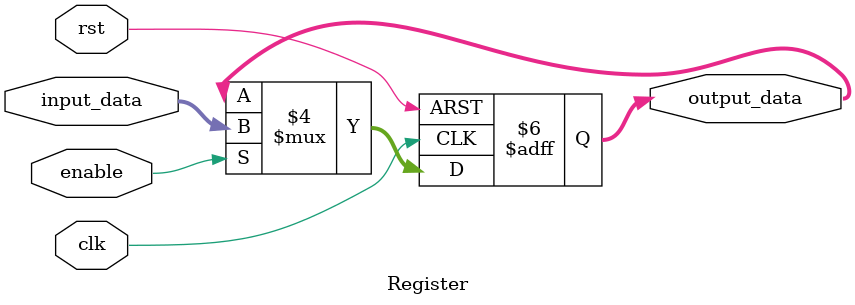
<source format=v>
/*
Function
__________
Reg the data to pervent combinational loob

Mapping
_______
Register  #(.FIXED_POINT ())  Instance Name
(
  .clk          (   )           ,
  .rst          (   )           ,
  .input_data   (   )           ,
  .enable       (   )           ,
  .output_data  (   )            
);
  
*/



module  Register  #(parameter FIXED_POINT =16  )
  (
  input     wire                      clk           ,
  input     wire                      rst           ,
  input     wire  [FIXED_POINT-1:0]   input_data    ,
  input     wire                      enable        ,
  output    reg   [FIXED_POINT-1:0]   output_data             
  );
  
  always@(posedge clk or negedge rst)
  begin
    if(!rst)
      begin
        output_data <=  'b0;
      end
    else
      begin
        if(enable)
        output_data <=  input_data; 
        else
          output_data <=  output_data;
      end
      
    
  end
endmodule
</source>
